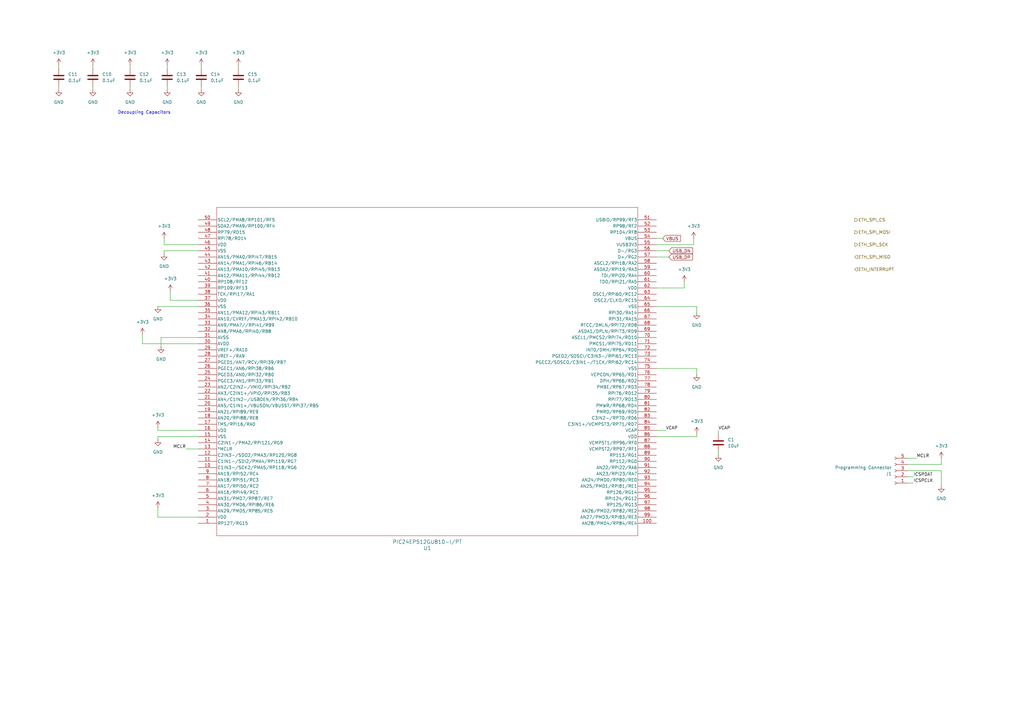
<source format=kicad_sch>
(kicad_sch (version 20231120) (generator "eeschema") (generator_version "8.0")
  (paper "A3")
  (lib_symbols
    (symbol "Connector:Conn_01x05_Socket" (pin_names (offset 1.016) hide)
      (property "Reference" "J" (at 0 7.62 0))
      (property "Value" "Conn_01x05_Socket" (at 0 -7.62 0))
      (symbol "Conn_01x05_Socket_1_1"
        (arc (start 0 -4.572) (mid -0.5058 -5.08) (end 0 -5.588) (stroke (width 0.1524)))
        (arc (start 0 -2.032) (mid -0.5058 -2.54) (end 0 -3.048) (stroke (width 0.1524)))
        (polyline (pts (xy -1.27 -5.08) (xy -0.508 -5.08)) (stroke (width 0.1524)))
        (polyline (pts (xy -1.27 -2.54) (xy -0.508 -2.54)) (stroke (width 0.1524)))
        (polyline (pts (xy -1.27 0) (xy -0.508 0)) (stroke (width 0.1524)))
        (polyline (pts (xy -1.27 2.54) (xy -0.508 2.54)) (stroke (width 0.1524)))
        (polyline (pts (xy -1.27 5.08) (xy -0.508 5.08)) (stroke (width 0.1524)))
        (arc (start 0 0.508) (mid -0.5058 0) (end 0 -0.508) (stroke (width 0.1524)))
        (arc (start 0 3.048) (mid -0.5058 2.54) (end 0 2.032) (stroke (width 0.1524)))
        (arc (start 0 5.588) (mid -0.5058 5.08) (end 0 4.572) (stroke (width 0.1524)))
        (pin passive line (at -5.08 5.08 0) (length 3.81) (name "Pin_1") (number "1"))
        (pin passive line (at -5.08 2.54 0) (length 3.81) (name "Pin_2") (number "2"))
        (pin passive line (at -5.08 0 0) (length 3.81) (name "Pin_3") (number "3"))
        (pin passive line (at -5.08 -2.54 0) (length 3.81) (name "Pin_4") (number "4"))
        (pin passive line (at -5.08 -5.08 0) (length 3.81) (name "Pin_5") (number "5"))
      )
    )
    (symbol "Device:C" (pin_numbers hide) (pin_names (offset 0.254))
      (property "Reference" "C" (at 0.635 2.54 0))
      (property "Value" "C" (at 0.635 -2.54 0))
      (symbol "C_0_1"
        (polyline (pts (xy -2.032 -0.762) (xy 2.032 -0.762)) (stroke (width 0.508)))
        (polyline (pts (xy -2.032 0.762) (xy 2.032 0.762)) (stroke (width 0.508)))
      )
      (symbol "C_1_1"
        (pin passive line (at 0 3.81 270) (length 2.794) (name "~") (number "1"))
        (pin passive line (at 0 -3.81 90) (length 2.794) (name "~") (number "2"))
      )
    )
    (symbol "PIC24EP512GU810:PIC24EP512GU810-I_PT" (pin_names (offset 0.254))
      (property "Reference" "U" (at 93.98 10.16 0))
      (property "Value" "PIC24EP512GU810-I/PT" (at 93.98 7.62 0))
      (symbol "PIC24EP512GU810-I_PT_0_1"
        (polyline (pts (xy 7.62 -129.54) (xy 180.34 -129.54)) (stroke (width 0.127)))
        (polyline (pts (xy 7.62 5.08) (xy 7.62 -129.54)) (stroke (width 0.127)))
        (polyline (pts (xy 180.34 -129.54) (xy 180.34 5.08)) (stroke (width 0.127)))
        (polyline (pts (xy 180.34 5.08) (xy 7.62 5.08)) (stroke (width 0.127)))
        (pin bidirectional line (at 0 0 0) (length 7.62) (name "RP127/RG15") (number "1"))
        (pin bidirectional line (at 0 -22.86 0) (length 7.62) (name "C1IN3-/SCK2/PMA5/RP118/RG6") (number "10"))
        (pin bidirectional line (at 187.96 0 180) (length 7.62) (name "AN28/PMD4/RP84/RE4") (number "100"))
        (pin bidirectional line (at 0 -25.4 0) (length 7.62) (name "C1IN1-/SDI2/PMA4/RPI119/RG7") (number "11"))
        (pin bidirectional line (at 0 -27.94 0) (length 7.62) (name "C2IN3-/SDO2/PMA3/RP120/RG8") (number "12"))
        (pin unspecified line (at 0 -30.48 0) (length 7.62) (name "*MCLR") (number "13"))
        (pin bidirectional line (at 0 -33.02 0) (length 7.62) (name "C2IN1-/PMA2/RPI121/RG9") (number "14"))
        (pin power_in line (at 0 -35.56 0) (length 7.62) (name "VSS") (number "15"))
        (pin power_in line (at 0 -38.1 0) (length 7.62) (name "VDD") (number "16"))
        (pin bidirectional line (at 0 -40.64 0) (length 7.62) (name "TMS/RPI16/RA0") (number "17"))
        (pin bidirectional line (at 0 -43.18 0) (length 7.62) (name "AN20/RPI88/RE8") (number "18"))
        (pin bidirectional line (at 0 -45.72 0) (length 7.62) (name "AN21/RPI89/RE9") (number "19"))
        (pin power_in line (at 0 -2.54 0) (length 7.62) (name "VDD") (number "2"))
        (pin bidirectional line (at 0 -48.26 0) (length 7.62) (name "AN5/C1IN1+/VBUSON/VBUSST/RPI37/RB5") (number "20"))
        (pin bidirectional line (at 0 -50.8 0) (length 7.62) (name "AN4/C1IN2-/USBOEN/RPI36/RB4") (number "21"))
        (pin bidirectional line (at 0 -53.34 0) (length 7.62) (name "AN3/C2IN1+/VPIO/RPI35/RB3") (number "22"))
        (pin bidirectional line (at 0 -55.88 0) (length 7.62) (name "AN2/C2IN2-/VMIO/RPI34/RB2") (number "23"))
        (pin bidirectional line (at 0 -58.42 0) (length 7.62) (name "PGEC3/AN1/RPI33/RB1") (number "24"))
        (pin bidirectional line (at 0 -60.96 0) (length 7.62) (name "PGED3/AN0/RPI32/RB0") (number "25"))
        (pin bidirectional line (at 0 -63.5 0) (length 7.62) (name "PGEC1/AN6/RPI38/RB6") (number "26"))
        (pin bidirectional line (at 0 -66.04 0) (length 7.62) (name "PGED1/AN7/RCV/RPI39/RB7") (number "27"))
        (pin bidirectional line (at 0 -68.58 0) (length 7.62) (name "VREF-/RA9") (number "28"))
        (pin bidirectional line (at 0 -71.12 0) (length 7.62) (name "VREF+/RA10") (number "29"))
        (pin bidirectional line (at 0 -5.08 0) (length 7.62) (name "AN29/PMD5/RP85/RE5") (number "3"))
        (pin power_in line (at 0 -73.66 0) (length 7.62) (name "AVDD") (number "30"))
        (pin power_in line (at 0 -76.2 0) (length 7.62) (name "AVSS") (number "31"))
        (pin bidirectional line (at 0 -78.74 0) (length 7.62) (name "AN8/PMA6/RPI40/RB8") (number "32"))
        (pin bidirectional line (at 0 -81.28 0) (length 7.62) (name "AN9/PMA7//RPI41/RB9") (number "33"))
        (pin bidirectional line (at 0 -83.82 0) (length 7.62) (name "AN10/CVREF/PMA13/RPI42/RB10") (number "34"))
        (pin bidirectional line (at 0 -86.36 0) (length 7.62) (name "AN11/PMA12/RPI43/RB11") (number "35"))
        (pin power_in line (at 0 -88.9 0) (length 7.62) (name "VSS") (number "36"))
        (pin power_in line (at 0 -91.44 0) (length 7.62) (name "VDD") (number "37"))
        (pin bidirectional line (at 0 -93.98 0) (length 7.62) (name "TCK/RPI17/RA1") (number "38"))
        (pin bidirectional line (at 0 -96.52 0) (length 7.62) (name "RP109/RF13") (number "39"))
        (pin bidirectional line (at 0 -7.62 0) (length 7.62) (name "AN30/PMD6/RPI86/RE6") (number "4"))
        (pin bidirectional line (at 0 -99.06 0) (length 7.62) (name "RP108/RF12") (number "40"))
        (pin bidirectional line (at 0 -101.6 0) (length 7.62) (name "AN12/PMA11/RPI44/RB12") (number "41"))
        (pin bidirectional line (at 0 -104.14 0) (length 7.62) (name "AN13/PMA10/RPI45/RB13") (number "42"))
        (pin bidirectional line (at 0 -106.68 0) (length 7.62) (name "AN14/PMA1/RPI46/RB14") (number "43"))
        (pin bidirectional line (at 0 -109.22 0) (length 7.62) (name "AN15/PMA0/RPI47/RB15") (number "44"))
        (pin power_in line (at 0 -111.76 0) (length 7.62) (name "VSS") (number "45"))
        (pin power_in line (at 0 -114.3 0) (length 7.62) (name "VDD") (number "46"))
        (pin bidirectional line (at 0 -116.84 0) (length 7.62) (name "RPI78/RD14") (number "47"))
        (pin bidirectional line (at 0 -119.38 0) (length 7.62) (name "RP79/RD15") (number "48"))
        (pin bidirectional line (at 0 -121.92 0) (length 7.62) (name "SDA2/PMA9/RP100/RF4") (number "49"))
        (pin bidirectional line (at 0 -10.16 0) (length 7.62) (name "AN31/PMD7/RP87/RE7") (number "5"))
        (pin bidirectional line (at 0 -124.46 0) (length 7.62) (name "SCL2/PMA8/RP101/RF5") (number "50"))
        (pin bidirectional line (at 187.96 -124.46 180) (length 7.62) (name "USBID/RP99/RF3") (number "51"))
        (pin bidirectional line (at 187.96 -121.92 180) (length 7.62) (name "RP98/RF2") (number "52"))
        (pin bidirectional line (at 187.96 -119.38 180) (length 7.62) (name "RP104/RF8") (number "53"))
        (pin power_in line (at 187.96 -116.84 180) (length 7.62) (name "VBUS") (number "54"))
        (pin power_in line (at 187.96 -114.3 180) (length 7.62) (name "VUSB3V3") (number "55"))
        (pin bidirectional line (at 187.96 -111.76 180) (length 7.62) (name "D-/RG3") (number "56"))
        (pin bidirectional line (at 187.96 -109.22 180) (length 7.62) (name "D+/RG2") (number "57"))
        (pin bidirectional line (at 187.96 -106.68 180) (length 7.62) (name "ASCL2/RPI18/RA2") (number "58"))
        (pin bidirectional line (at 187.96 -104.14 180) (length 7.62) (name "ASDA2/RPI19/RA3") (number "59"))
        (pin bidirectional line (at 0 -12.7 0) (length 7.62) (name "AN16/RPI49/RC1") (number "6"))
        (pin bidirectional line (at 187.96 -101.6 180) (length 7.62) (name "TDI/RPI20/RA4") (number "60"))
        (pin bidirectional line (at 187.96 -99.06 180) (length 7.62) (name "TDO/RPI21/RA5") (number "61"))
        (pin power_in line (at 187.96 -96.52 180) (length 7.62) (name "VDD") (number "62"))
        (pin bidirectional line (at 187.96 -93.98 180) (length 7.62) (name "OSC1/RPI60/RC12") (number "63"))
        (pin bidirectional line (at 187.96 -91.44 180) (length 7.62) (name "OSC2/CLKO/RC15") (number "64"))
        (pin power_in line (at 187.96 -88.9 180) (length 7.62) (name "VSS") (number "65"))
        (pin bidirectional line (at 187.96 -86.36 180) (length 7.62) (name "RPI30/RA14") (number "66"))
        (pin bidirectional line (at 187.96 -83.82 180) (length 7.62) (name "RPI31/RA15") (number "67"))
        (pin bidirectional line (at 187.96 -81.28 180) (length 7.62) (name "RTCC/DMLN/RPI72/RD8") (number "68"))
        (pin bidirectional line (at 187.96 -78.74 180) (length 7.62) (name "ASDA1/DPLN/RPI73/RD9") (number "69"))
        (pin bidirectional line (at 0 -15.24 0) (length 7.62) (name "AN17/RPI50/RC2") (number "7"))
        (pin bidirectional line (at 187.96 -76.2 180) (length 7.62) (name "ASCL1/PMCS2/RPI74/RD10") (number "70"))
        (pin bidirectional line (at 187.96 -73.66 180) (length 7.62) (name "PMCS1/RPI75/RD11") (number "71"))
        (pin bidirectional line (at 187.96 -71.12 180) (length 7.62) (name "INT0/DMH/RP64/RD0") (number "72"))
        (pin bidirectional line (at 187.96 -68.58 180) (length 7.62) (name "PGED2/SOSCI/C3IN3-/RPI61/RC13") (number "73"))
        (pin bidirectional line (at 187.96 -66.04 180) (length 7.62) (name "PGEC2/SOSCO/C3IN1-/T1CK/RPI62/RC14") (number "74"))
        (pin power_in line (at 187.96 -63.5 180) (length 7.62) (name "VSS") (number "75"))
        (pin bidirectional line (at 187.96 -60.96 180) (length 7.62) (name "VCPCON/RP65/RD1") (number "76"))
        (pin bidirectional line (at 187.96 -58.42 180) (length 7.62) (name "DPH/RP66/RD2") (number "77"))
        (pin bidirectional line (at 187.96 -55.88 180) (length 7.62) (name "PMBE/RP67/RD3") (number "78"))
        (pin bidirectional line (at 187.96 -53.34 180) (length 7.62) (name "RPI76/RD12") (number "79"))
        (pin bidirectional line (at 0 -17.78 0) (length 7.62) (name "AN18/RPI51/RC3") (number "8"))
        (pin bidirectional line (at 187.96 -50.8 180) (length 7.62) (name "RPI77/RD13") (number "80"))
        (pin bidirectional line (at 187.96 -48.26 180) (length 7.62) (name "PMWR/RP68/RD4") (number "81"))
        (pin bidirectional line (at 187.96 -45.72 180) (length 7.62) (name "PMRD/RP69/RD5") (number "82"))
        (pin bidirectional line (at 187.96 -43.18 180) (length 7.62) (name "C3IN2-/RP70/RD6") (number "83"))
        (pin bidirectional line (at 187.96 -40.64 180) (length 7.62) (name "C3IN1+/VCMPST3/RP71/RD7") (number "84"))
        (pin power_in line (at 187.96 -38.1 180) (length 7.62) (name "VCAP") (number "85"))
        (pin power_in line (at 187.96 -35.56 180) (length 7.62) (name "VDD") (number "86"))
        (pin bidirectional line (at 187.96 -33.02 180) (length 7.62) (name "VCMPST1/RP96/RF0") (number "87"))
        (pin bidirectional line (at 187.96 -30.48 180) (length 7.62) (name "VCMPST2/RP97/RF1") (number "88"))
        (pin bidirectional line (at 187.96 -27.94 180) (length 7.62) (name "RP113/RG1") (number "89"))
        (pin bidirectional line (at 0 -20.32 0) (length 7.62) (name "AN19/RPI52/RC4") (number "9"))
        (pin bidirectional line (at 187.96 -25.4 180) (length 7.62) (name "RP112/RG0") (number "90"))
        (pin bidirectional line (at 187.96 -22.86 180) (length 7.62) (name "AN22/RPI22/RA6") (number "91"))
        (pin bidirectional line (at 187.96 -20.32 180) (length 7.62) (name "AN23/RPI23/RA7") (number "92"))
        (pin bidirectional line (at 187.96 -17.78 180) (length 7.62) (name "AN24/PMD0/RP80/RE0") (number "93"))
        (pin bidirectional line (at 187.96 -15.24 180) (length 7.62) (name "AN25/PMD1/RPI81/RE1") (number "94"))
        (pin bidirectional line (at 187.96 -12.7 180) (length 7.62) (name "RP126/RG14") (number "95"))
        (pin bidirectional line (at 187.96 -10.16 180) (length 7.62) (name "RPI124/RG12") (number "96"))
        (pin bidirectional line (at 187.96 -7.62 180) (length 7.62) (name "RP125/RG13") (number "97"))
        (pin bidirectional line (at 187.96 -5.08 180) (length 7.62) (name "AN26/PMD2/RP82/RE2") (number "98"))
        (pin bidirectional line (at 187.96 -2.54 180) (length 7.62) (name "AN27/PMD3/RPI83/RE3") (number "99"))
      )
    )
    (symbol "power:+3V3" (power) (pin_numbers hide) (pin_names (offset 0) hide)
      (property "Value" "+3V3" (at 0 3.556 0))
      (symbol "+3V3_0_1"
        (polyline (pts (xy -0.762 1.27) (xy 0 2.54)))
        (polyline (pts (xy 0 0) (xy 0 2.54)))
        (polyline (pts (xy 0 2.54) (xy 0.762 1.27)))
      )
      (symbol "+3V3_1_1"
        (pin power_in line (at 0 0 90) (length 0) (name "~") (number "1"))
      )
    )
    (symbol "power:GND" (power) (pin_numbers hide) (pin_names (offset 0) hide)
      (property "Value" "GND" (at 0 -3.81 0))
      (symbol "GND_0_1"
        (polyline (pts (xy 0 0) (xy 0 -1.27) (xy 1.27 -1.27) (xy 0 -2.54) (xy -1.27 -1.27) (xy 0 -1.27)))
      )
      (symbol "GND_1_1"
        (pin power_in line (at 0 0 270) (length 0) (name "~") (number "1"))
      )
    )
  )
  (wire (pts (xy 64.77 175.26) (xy 64.77 176.53)))
  (wire (pts (xy 97.79 35.56) (xy 97.79 36.83)))
  (wire (pts (xy 372.11 198.12) (xy 374.65 198.12)))
  (wire (pts (xy 285.75 125.73) (xy 285.75 128.27)))
  (wire (pts (xy 24.13 35.56) (xy 24.13 36.83)))
  (wire (pts (xy 64.77 179.07) (xy 81.28 179.07)))
  (wire (pts (xy 269.24 179.07) (xy 285.75 179.07)))
  (wire (pts (xy 53.34 35.56) (xy 53.34 36.83)))
  (wire (pts (xy 386.08 190.5) (xy 386.08 187.96)))
  (wire (pts (xy 67.31 100.33) (xy 81.28 100.33)))
  (wire (pts (xy 67.31 104.14) (xy 67.31 102.87)))
  (wire (pts (xy 372.11 190.5) (xy 386.08 190.5)))
  (wire (pts (xy 269.24 176.53) (xy 273.05 176.53)))
  (wire (pts (xy 269.24 102.87) (xy 274.32 102.87)))
  (wire (pts (xy 269.24 97.79) (xy 271.78 97.79)))
  (wire (pts (xy 269.24 125.73) (xy 285.75 125.73)))
  (wire (pts (xy 269.24 100.33) (xy 284.48 100.33)))
  (wire (pts (xy 269.24 118.11) (xy 280.67 118.11)))
  (wire (pts (xy 58.42 140.97) (xy 81.28 140.97)))
  (wire (pts (xy 82.55 26.67) (xy 82.55 27.94)))
  (wire (pts (xy 285.75 179.07) (xy 285.75 177.8)))
  (wire (pts (xy 269.24 105.41) (xy 274.32 105.41)))
  (wire (pts (xy 294.64 176.53) (xy 294.64 177.8)))
  (wire (pts (xy 66.04 142.24) (xy 66.04 138.43)))
  (wire (pts (xy 69.85 123.19) (xy 81.28 123.19)))
  (wire (pts (xy 67.31 97.79) (xy 67.31 100.33)))
  (wire (pts (xy 386.08 193.04) (xy 386.08 199.39)))
  (wire (pts (xy 68.58 26.67) (xy 68.58 27.94)))
  (wire (pts (xy 24.13 26.67) (xy 24.13 27.94)))
  (wire (pts (xy 58.42 137.16) (xy 58.42 140.97)))
  (wire (pts (xy 64.77 125.73) (xy 81.28 125.73)))
  (wire (pts (xy 280.67 118.11) (xy 280.67 115.57)))
  (wire (pts (xy 372.11 193.04) (xy 386.08 193.04)))
  (wire (pts (xy 97.79 26.67) (xy 97.79 27.94)))
  (wire (pts (xy 66.04 138.43) (xy 81.28 138.43)))
  (wire (pts (xy 38.1 35.56) (xy 38.1 36.83)))
  (wire (pts (xy 67.31 102.87) (xy 81.28 102.87)))
  (wire (pts (xy 284.48 100.33) (xy 284.48 97.79)))
  (wire (pts (xy 82.55 35.56) (xy 82.55 36.83)))
  (wire (pts (xy 285.75 151.13) (xy 285.75 153.67)))
  (wire (pts (xy 64.77 212.09) (xy 81.28 212.09)))
  (wire (pts (xy 38.1 26.67) (xy 38.1 27.94)))
  (wire (pts (xy 69.85 119.38) (xy 69.85 123.19)))
  (wire (pts (xy 285.75 151.13) (xy 269.24 151.13)))
  (wire (pts (xy 372.11 187.96) (xy 375.92 187.96)))
  (wire (pts (xy 64.77 208.28) (xy 64.77 212.09)))
  (wire (pts (xy 64.77 180.34) (xy 64.77 179.07)))
  (wire (pts (xy 53.34 26.67) (xy 53.34 27.94)))
  (wire (pts (xy 76.2 184.15) (xy 81.28 184.15)))
  (wire (pts (xy 294.64 185.42) (xy 294.64 186.69)))
  (wire (pts (xy 68.58 35.56) (xy 68.58 36.83)))
  (wire (pts (xy 372.11 195.58) (xy 374.65 195.58)))
  (wire (pts (xy 64.77 176.53) (xy 81.28 176.53)))
  (text "Decoupling Capacitors" (at 59.182 46.228 0) (effects (font (size 1.27 1.27))))
  (label "VCAP" (at 294.64 176.53 0))
  (label "ICSPCLK" (at 374.65 198.12 0))
  (label "VCAP" (at 273.05 176.53 0))
  (label "MCLR" (at 76.2 184.15 180))
  (label "MCLR" (at 375.92 187.96 0))
  (label "ICSPDAT" (at 374.65 195.58 0))
  (global_label "VBUS" (shape input) (at 271.78 97.79 0) (property "Intersheetrefs" "${INTERSHEET_REFS}" (effects (hide yes))))
  (global_label "USB_DP" (shape input) (at 274.32 105.41 0) (property "Intersheetrefs" "${INTERSHEET_REFS}" (effects (hide yes))))
  (global_label "USB_DN" (shape input) (at 274.32 102.87 0) (property "Intersheetrefs" "${INTERSHEET_REFS}" (effects (hide yes))))
  (hierarchical_label "ETH_INTERRUPT" (shape input) (at 350.52 110.49 0))
  (hierarchical_label "ETH_SPI_SCK" (shape output) (at 350.52 100.33 0))
  (hierarchical_label "ETH_SPI_MISO" (shape input) (at 350.52 105.41 0))
  (hierarchical_label "ETH_SPI_MOSI" (shape output) (at 350.52 95.25 0))
  (hierarchical_label "ETH_SPI_CS" (shape output) (at 350.52 90.17 0))
  (symbol (lib_id "power:+3V3") (at 285.75 177.8 0) (unit 1)
    (property "Reference" "#PWR010" (effects (hide yes)))
    (property "Value" "+3V3" (at 285.75 172.72 0))
    (property "Description" "Power symbol creates a global label with name \"+3V3\"" (effects (hide yes)))
  )
  (symbol (lib_id "power:+3V3") (at 58.42 137.16 0) (unit 1)
    (property "Reference" "#PWR013" (effects (hide yes)))
    (property "Value" "+3V3" (at 58.42 132.08 0))
    (property "Description" "Power symbol creates a global label with name \"+3V3\"" (effects (hide yes)))
  )
  (symbol (lib_id "power:GND") (at 97.79 36.83 0) (unit 1)
    (property "Reference" "#PWR072" (effects (hide yes)))
    (property "Value" "GND" (at 97.79 41.91 0))
    (property "Description" "Power symbol creates a global label with name \"GND\" , ground" (effects (hide yes)))
  )
  (symbol (lib_id "power:+3V3") (at 97.79 26.67 0) (unit 1)
    (property "Reference" "#PWR071" (effects (hide yes)))
    (property "Value" "+3V3" (at 97.79 21.59 0))
    (property "Description" "Power symbol creates a global label with name \"+3V3\"" (effects (hide yes)))
  )
  (symbol (lib_id "power:+3V3") (at 64.77 208.28 0) (unit 1)
    (property "Reference" "#PWR09" (effects (hide yes)))
    (property "Value" "+3V3" (at 64.77 203.2 0))
    (property "Description" "Power symbol creates a global label with name \"+3V3\"" (effects (hide yes)))
  )
  (symbol (lib_id "power:+3V3") (at 284.48 97.79 0) (unit 1)
    (property "Reference" "#PWR078" (effects (hide yes)))
    (property "Value" "+3V3" (at 284.48 92.71 0))
    (property "Description" "Power symbol creates a global label with name \"+3V3\"" (effects (hide yes)))
  )
  (symbol (lib_id "power:GND") (at 386.08 199.39 0) (unit 1)
    (property "Reference" "#PWR07" (effects (hide yes)))
    (property "Value" "GND" (at 386.08 204.47 0))
    (property "Description" "Power symbol creates a global label with name \"GND\" , ground" (effects (hide yes)))
  )
  (symbol (lib_id "power:GND") (at 67.31 104.14 0) (unit 1)
    (property "Reference" "#PWR01" (effects (hide yes)))
    (property "Value" "GND" (at 67.31 109.22 0))
    (property "Description" "Power symbol creates a global label with name \"GND\" , ground" (effects (hide yes)))
  )
  (symbol (lib_id "power:GND") (at 294.64 186.69 0) (unit 1)
    (property "Reference" "#PWR011" (effects (hide yes)))
    (property "Value" "GND" (at 294.64 191.77 0))
    (property "Description" "Power symbol creates a global label with name \"GND\" , ground" (effects (hide yes)))
  )
  (symbol (lib_id "power:GND") (at 68.58 36.83 0) (unit 1)
    (property "Reference" "#PWR068" (effects (hide yes)))
    (property "Value" "GND" (at 68.58 41.91 0))
    (property "Description" "Power symbol creates a global label with name \"GND\" , ground" (effects (hide yes)))
  )
  (symbol (lib_id "power:GND") (at 64.77 180.34 0) (unit 1)
    (property "Reference" "#PWR04" (effects (hide yes)))
    (property "Value" "GND" (at 64.77 185.42 0))
    (property "Description" "Power symbol creates a global label with name \"GND\" , ground" (effects (hide yes)))
  )
  (symbol (lib_id "Device:C") (at 82.55 31.75 0) (unit 1)
    (property "Reference" "C14" (at 86.36 30.4799 0) (effects (justify left)))
    (property "Value" "0.1uF" (at 86.36 33.0199 0) (effects (justify left)))
    (property "Description" "Unpolarized capacitor" (effects (hide yes)))
  )
  (symbol (lib_id "power:+3V3") (at 82.55 26.67 0) (unit 1)
    (property "Reference" "#PWR069" (effects (hide yes)))
    (property "Value" "+3V3" (at 82.55 21.59 0))
    (property "Description" "Power symbol creates a global label with name \"+3V3\"" (effects (hide yes)))
  )
  (symbol (lib_id "power:GND") (at 66.04 142.24 0) (unit 1)
    (property "Reference" "#PWR03" (effects (hide yes)))
    (property "Value" "GND" (at 66.04 147.32 0))
    (property "Description" "Power symbol creates a global label with name \"GND\" , ground" (effects (hide yes)))
  )
  (symbol (lib_id "power:+3V3") (at 38.1 26.67 0) (unit 1)
    (property "Reference" "#PWR061" (effects (hide yes)))
    (property "Value" "+3V3" (at 38.1 21.59 0))
    (property "Description" "Power symbol creates a global label with name \"+3V3\"" (effects (hide yes)))
  )
  (symbol (lib_id "power:+3V3") (at 67.31 97.79 0) (unit 1)
    (property "Reference" "#PWR02" (effects (hide yes)))
    (property "Value" "+3V3" (at 67.31 92.71 0))
    (property "Description" "Power symbol creates a global label with name \"+3V3\"" (effects (hide yes)))
  )
  (symbol (lib_id "Device:C") (at 68.58 31.75 0) (unit 1)
    (property "Reference" "C13" (at 72.39 30.4799 0) (effects (justify left)))
    (property "Value" "0.1uF" (at 72.39 33.0199 0) (effects (justify left)))
    (property "Description" "Unpolarized capacitor" (effects (hide yes)))
  )
  (symbol (lib_id "power:+3V3") (at 69.85 119.38 0) (unit 1)
    (property "Reference" "#PWR014" (effects (hide yes)))
    (property "Value" "+3V3" (at 69.85 114.3 0))
    (property "Description" "Power symbol creates a global label with name \"+3V3\"" (effects (hide yes)))
  )
  (symbol (lib_id "power:GND") (at 285.75 128.27 0) (unit 1)
    (property "Reference" "#PWR05" (effects (hide yes)))
    (property "Value" "GND" (at 285.75 133.35 0))
    (property "Description" "Power symbol creates a global label with name \"GND\" , ground" (effects (hide yes)))
  )
  (symbol (lib_id "Device:C") (at 294.64 181.61 0) (unit 1)
    (property "Reference" "C1" (at 298.45 180.3399 0) (effects (justify left)))
    (property "Value" "10uF" (at 298.45 182.8799 0) (effects (justify left)))
    (property "Description" "Unpolarized capacitor" (effects (hide yes)))
  )
  (symbol (lib_id "Connector:Conn_01x05_Socket") (at 367.03 193.04 180) (unit 1)
    (property "Reference" "J1" (at 365.76 194.3101 0) (effects (justify left)))
    (property "Value" "Programming Connector" (at 365.76 191.7701 0) (effects (justify left)))
    (property "Description" "Generic connector, single row, 01x05, script generated" (effects (hide yes)))
  )
  (symbol (lib_id "power:+3V3") (at 386.08 187.96 0) (unit 1)
    (property "Reference" "#PWR08" (effects (hide yes)))
    (property "Value" "+3V3" (at 386.08 182.88 0))
    (property "Description" "Power symbol creates a global label with name \"+3V3\"" (effects (hide yes)))
  )
  (symbol (lib_id "power:GND") (at 24.13 36.83 0) (unit 1)
    (property "Reference" "#PWR064" (effects (hide yes)))
    (property "Value" "GND" (at 24.13 41.91 0))
    (property "Description" "Power symbol creates a global label with name \"GND\" , ground" (effects (hide yes)))
  )
  (symbol (lib_id "Device:C") (at 97.79 31.75 0) (unit 1)
    (property "Reference" "C15" (at 101.6 30.4799 0) (effects (justify left)))
    (property "Value" "0.1uF" (at 101.6 33.0199 0) (effects (justify left)))
    (property "Description" "Unpolarized capacitor" (effects (hide yes)))
  )
  (symbol (lib_id "power:+3V3") (at 68.58 26.67 0) (unit 1)
    (property "Reference" "#PWR067" (effects (hide yes)))
    (property "Value" "+3V3" (at 68.58 21.59 0))
    (property "Description" "Power symbol creates a global label with name \"+3V3\"" (effects (hide yes)))
  )
  (symbol (lib_id "power:+3V3") (at 280.67 115.57 0) (unit 1)
    (property "Reference" "#PWR079" (effects (hide yes)))
    (property "Value" "+3V3" (at 280.67 110.49 0))
    (property "Description" "Power symbol creates a global label with name \"+3V3\"" (effects (hide yes)))
  )
  (symbol (lib_id "PIC24EP512GU810:PIC24EP512GU810-I_PT") (at 81.28 214.63 0) (mirror x) (unit 1)
    (property "Reference" "U1" (at 175.26 224.79 0) (effects (font (size 1.524 1.524))))
    (property "Value" "PIC24EP512GU810-I/PT" (at 175.26 222.25 0) (effects (font (size 1.524 1.524))))
    (property "Datasheet" "PIC24EP512GU810-I/PT" (effects (hide yes)))
  )
  (symbol (lib_id "power:+3V3") (at 53.34 26.67 0) (unit 1)
    (property "Reference" "#PWR065" (effects (hide yes)))
    (property "Value" "+3V3" (at 53.34 21.59 0))
    (property "Description" "Power symbol creates a global label with name \"+3V3\"" (effects (hide yes)))
  )
  (symbol (lib_id "power:GND") (at 64.77 125.73 0) (unit 1)
    (property "Reference" "#PWR015" (effects (hide yes)))
    (property "Value" "GND" (at 64.77 130.81 0))
    (property "Description" "Power symbol creates a global label with name \"GND\" , ground" (effects (hide yes)))
  )
  (symbol (lib_id "power:+3V3") (at 64.77 175.26 0) (unit 1)
    (property "Reference" "#PWR012" (effects (hide yes)))
    (property "Value" "+3V3" (at 64.77 170.18 0))
    (property "Description" "Power symbol creates a global label with name \"+3V3\"" (effects (hide yes)))
  )
  (symbol (lib_id "power:GND") (at 82.55 36.83 0) (unit 1)
    (property "Reference" "#PWR070" (effects (hide yes)))
    (property "Value" "GND" (at 82.55 41.91 0))
    (property "Description" "Power symbol creates a global label with name \"GND\" , ground" (effects (hide yes)))
  )
  (symbol (lib_id "Device:C") (at 24.13 31.75 0) (unit 1)
    (property "Reference" "C11" (at 27.94 30.4799 0) (effects (justify left)))
    (property "Value" "0.1uF" (at 27.94 33.0199 0) (effects (justify left)))
    (property "Description" "Unpolarized capacitor" (effects (hide yes)))
  )
  (symbol (lib_id "power:+3V3") (at 24.13 26.67 0) (unit 1)
    (property "Reference" "#PWR063" (effects (hide yes)))
    (property "Value" "+3V3" (at 24.13 21.59 0))
    (property "Description" "Power symbol creates a global label with name \"+3V3\"" (effects (hide yes)))
  )
  (symbol (lib_id "power:GND") (at 38.1 36.83 0) (unit 1)
    (property "Reference" "#PWR062" (effects (hide yes)))
    (property "Value" "GND" (at 38.1 41.91 0))
    (property "Description" "Power symbol creates a global label with name \"GND\" , ground" (effects (hide yes)))
  )
  (symbol (lib_id "Device:C") (at 53.34 31.75 0) (unit 1)
    (property "Reference" "C12" (at 57.15 30.4799 0) (effects (justify left)))
    (property "Value" "0.1uF" (at 57.15 33.0199 0) (effects (justify left)))
    (property "Description" "Unpolarized capacitor" (effects (hide yes)))
  )
  (symbol (lib_id "Device:C") (at 38.1 31.75 0) (unit 1)
    (property "Reference" "C10" (at 41.91 30.4799 0) (effects (justify left)))
    (property "Value" "0.1uF" (at 41.91 33.0199 0) (effects (justify left)))
    (property "Description" "Unpolarized capacitor" (effects (hide yes)))
  )
  (symbol (lib_id "power:GND") (at 53.34 36.83 0) (unit 1)
    (property "Reference" "#PWR066" (effects (hide yes)))
    (property "Value" "GND" (at 53.34 41.91 0))
    (property "Description" "Power symbol creates a global label with name \"GND\" , ground" (effects (hide yes)))
  )
  (symbol (lib_id "power:GND") (at 285.75 153.67 0) (unit 1)
    (property "Reference" "#PWR06" (effects (hide yes)))
    (property "Value" "GND" (at 285.75 158.75 0))
    (property "Description" "Power symbol creates a global label with name \"GND\" , ground" (effects (hide yes)))
  )
)
</source>
